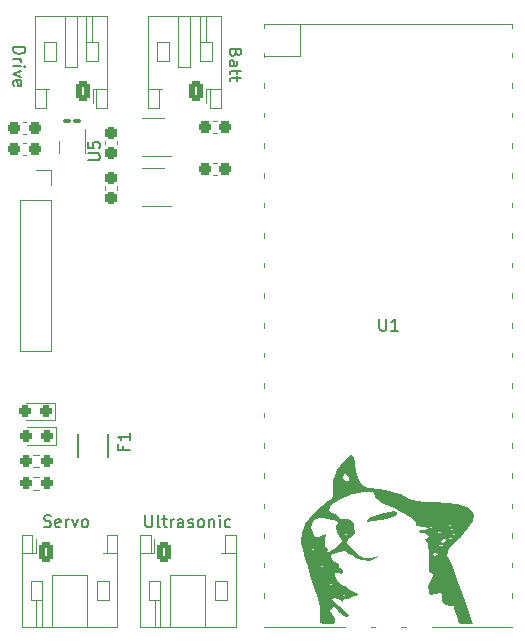
<source format=gto>
%TF.GenerationSoftware,KiCad,Pcbnew,(6.0.1)*%
%TF.CreationDate,2022-08-20T19:26:56-07:00*%
%TF.ProjectId,frame_board,6672616d-655f-4626-9f61-72642e6b6963,rev?*%
%TF.SameCoordinates,Original*%
%TF.FileFunction,Legend,Top*%
%TF.FilePolarity,Positive*%
%FSLAX46Y46*%
G04 Gerber Fmt 4.6, Leading zero omitted, Abs format (unit mm)*
G04 Created by KiCad (PCBNEW (6.0.1)) date 2022-08-20 19:26:56*
%MOMM*%
%LPD*%
G01*
G04 APERTURE LIST*
G04 Aperture macros list*
%AMRoundRect*
0 Rectangle with rounded corners*
0 $1 Rounding radius*
0 $2 $3 $4 $5 $6 $7 $8 $9 X,Y pos of 4 corners*
0 Add a 4 corners polygon primitive as box body*
4,1,4,$2,$3,$4,$5,$6,$7,$8,$9,$2,$3,0*
0 Add four circle primitives for the rounded corners*
1,1,$1+$1,$2,$3*
1,1,$1+$1,$4,$5*
1,1,$1+$1,$6,$7*
1,1,$1+$1,$8,$9*
0 Add four rect primitives between the rounded corners*
20,1,$1+$1,$2,$3,$4,$5,0*
20,1,$1+$1,$4,$5,$6,$7,0*
20,1,$1+$1,$6,$7,$8,$9,0*
20,1,$1+$1,$8,$9,$2,$3,0*%
G04 Aperture macros list end*
%ADD10C,0.150000*%
%ADD11C,0.120000*%
%ADD12C,0.127000*%
%ADD13R,0.250000X0.500000*%
%ADD14R,1.600000X0.900000*%
%ADD15R,3.500000X1.700000*%
%ADD16O,1.800000X1.800000*%
%ADD17O,1.500000X1.500000*%
%ADD18RoundRect,0.250000X-0.350000X-0.625000X0.350000X-0.625000X0.350000X0.625000X-0.350000X0.625000X0*%
%ADD19O,1.200000X1.750000*%
%ADD20RoundRect,0.237500X-0.250000X-0.237500X0.250000X-0.237500X0.250000X0.237500X-0.250000X0.237500X0*%
%ADD21RoundRect,0.237500X0.287500X0.237500X-0.287500X0.237500X-0.287500X-0.237500X0.287500X-0.237500X0*%
%ADD22R,1.560000X0.650000*%
%ADD23RoundRect,0.100000X-0.217500X-0.100000X0.217500X-0.100000X0.217500X0.100000X-0.217500X0.100000X0*%
%ADD24R,2.800000X2.150000*%
%ADD25RoundRect,0.237500X-0.300000X-0.237500X0.300000X-0.237500X0.300000X0.237500X-0.300000X0.237500X0*%
%ADD26RoundRect,0.237500X-0.237500X0.300000X-0.237500X-0.300000X0.237500X-0.300000X0.237500X0.300000X0*%
%ADD27RoundRect,0.237500X0.300000X0.237500X-0.300000X0.237500X-0.300000X-0.237500X0.300000X-0.237500X0*%
%ADD28RoundRect,0.250000X0.350000X0.625000X-0.350000X0.625000X-0.350000X-0.625000X0.350000X-0.625000X0*%
%ADD29R,1.700000X1.700000*%
%ADD30O,1.700000X1.700000*%
G04 APERTURE END LIST*
D10*
X153947619Y-97380952D02*
X154947619Y-97380952D01*
X154947619Y-97619047D01*
X154900000Y-97761904D01*
X154804761Y-97857142D01*
X154709523Y-97904761D01*
X154519047Y-97952380D01*
X154376190Y-97952380D01*
X154185714Y-97904761D01*
X154090476Y-97857142D01*
X153995238Y-97761904D01*
X153947619Y-97619047D01*
X153947619Y-97380952D01*
X153947619Y-98380952D02*
X154614285Y-98380952D01*
X154423809Y-98380952D02*
X154519047Y-98428571D01*
X154566666Y-98476190D01*
X154614285Y-98571428D01*
X154614285Y-98666666D01*
X153947619Y-99000000D02*
X154614285Y-99000000D01*
X154947619Y-99000000D02*
X154900000Y-98952380D01*
X154852380Y-99000000D01*
X154900000Y-99047619D01*
X154947619Y-99000000D01*
X154852380Y-99000000D01*
X154614285Y-99380952D02*
X153947619Y-99619047D01*
X154614285Y-99857142D01*
X153995238Y-100619047D02*
X153947619Y-100523809D01*
X153947619Y-100333333D01*
X153995238Y-100238095D01*
X154090476Y-100190476D01*
X154471428Y-100190476D01*
X154566666Y-100238095D01*
X154614285Y-100333333D01*
X154614285Y-100523809D01*
X154566666Y-100619047D01*
X154471428Y-100666666D01*
X154376190Y-100666666D01*
X154280952Y-100190476D01*
X172771428Y-97847619D02*
X172723809Y-97990476D01*
X172676190Y-98038095D01*
X172580952Y-98085714D01*
X172438095Y-98085714D01*
X172342857Y-98038095D01*
X172295238Y-97990476D01*
X172247619Y-97895238D01*
X172247619Y-97514285D01*
X173247619Y-97514285D01*
X173247619Y-97847619D01*
X173200000Y-97942857D01*
X173152380Y-97990476D01*
X173057142Y-98038095D01*
X172961904Y-98038095D01*
X172866666Y-97990476D01*
X172819047Y-97942857D01*
X172771428Y-97847619D01*
X172771428Y-97514285D01*
X172247619Y-98942857D02*
X172771428Y-98942857D01*
X172866666Y-98895238D01*
X172914285Y-98800000D01*
X172914285Y-98609523D01*
X172866666Y-98514285D01*
X172295238Y-98942857D02*
X172247619Y-98847619D01*
X172247619Y-98609523D01*
X172295238Y-98514285D01*
X172390476Y-98466666D01*
X172485714Y-98466666D01*
X172580952Y-98514285D01*
X172628571Y-98609523D01*
X172628571Y-98847619D01*
X172676190Y-98942857D01*
X172914285Y-99276190D02*
X172914285Y-99657142D01*
X173247619Y-99419047D02*
X172390476Y-99419047D01*
X172295238Y-99466666D01*
X172247619Y-99561904D01*
X172247619Y-99657142D01*
X172914285Y-99847619D02*
X172914285Y-100228571D01*
X173247619Y-99990476D02*
X172390476Y-99990476D01*
X172295238Y-100038095D01*
X172247619Y-100133333D01*
X172247619Y-100228571D01*
X160264838Y-106941904D02*
X161074362Y-106941904D01*
X161169600Y-106894285D01*
X161217219Y-106846666D01*
X161264838Y-106751428D01*
X161264838Y-106560952D01*
X161217219Y-106465714D01*
X161169600Y-106418095D01*
X161074362Y-106370476D01*
X160264838Y-106370476D01*
X160264838Y-105418095D02*
X160264838Y-105894285D01*
X160741029Y-105941904D01*
X160693410Y-105894285D01*
X160645791Y-105799047D01*
X160645791Y-105560952D01*
X160693410Y-105465714D01*
X160741029Y-105418095D01*
X160836267Y-105370476D01*
X161074362Y-105370476D01*
X161169600Y-105418095D01*
X161217219Y-105465714D01*
X161264838Y-105560952D01*
X161264838Y-105799047D01*
X161217219Y-105894285D01*
X161169600Y-105941904D01*
X184938095Y-120377380D02*
X184938095Y-121186904D01*
X184985714Y-121282142D01*
X185033333Y-121329761D01*
X185128571Y-121377380D01*
X185319047Y-121377380D01*
X185414285Y-121329761D01*
X185461904Y-121282142D01*
X185509523Y-121186904D01*
X185509523Y-120377380D01*
X186509523Y-121377380D02*
X185938095Y-121377380D01*
X186223809Y-121377380D02*
X186223809Y-120377380D01*
X186128571Y-120520238D01*
X186033333Y-120615476D01*
X185938095Y-120663095D01*
X165128571Y-137002380D02*
X165128571Y-137811904D01*
X165176190Y-137907142D01*
X165223809Y-137954761D01*
X165319047Y-138002380D01*
X165509523Y-138002380D01*
X165604761Y-137954761D01*
X165652380Y-137907142D01*
X165700000Y-137811904D01*
X165700000Y-137002380D01*
X166319047Y-138002380D02*
X166223809Y-137954761D01*
X166176190Y-137859523D01*
X166176190Y-137002380D01*
X166557142Y-137335714D02*
X166938095Y-137335714D01*
X166700000Y-137002380D02*
X166700000Y-137859523D01*
X166747619Y-137954761D01*
X166842857Y-138002380D01*
X166938095Y-138002380D01*
X167271428Y-138002380D02*
X167271428Y-137335714D01*
X167271428Y-137526190D02*
X167319047Y-137430952D01*
X167366666Y-137383333D01*
X167461904Y-137335714D01*
X167557142Y-137335714D01*
X168319047Y-138002380D02*
X168319047Y-137478571D01*
X168271428Y-137383333D01*
X168176190Y-137335714D01*
X167985714Y-137335714D01*
X167890476Y-137383333D01*
X168319047Y-137954761D02*
X168223809Y-138002380D01*
X167985714Y-138002380D01*
X167890476Y-137954761D01*
X167842857Y-137859523D01*
X167842857Y-137764285D01*
X167890476Y-137669047D01*
X167985714Y-137621428D01*
X168223809Y-137621428D01*
X168319047Y-137573809D01*
X168747619Y-137954761D02*
X168842857Y-138002380D01*
X169033333Y-138002380D01*
X169128571Y-137954761D01*
X169176190Y-137859523D01*
X169176190Y-137811904D01*
X169128571Y-137716666D01*
X169033333Y-137669047D01*
X168890476Y-137669047D01*
X168795238Y-137621428D01*
X168747619Y-137526190D01*
X168747619Y-137478571D01*
X168795238Y-137383333D01*
X168890476Y-137335714D01*
X169033333Y-137335714D01*
X169128571Y-137383333D01*
X169747619Y-138002380D02*
X169652380Y-137954761D01*
X169604761Y-137907142D01*
X169557142Y-137811904D01*
X169557142Y-137526190D01*
X169604761Y-137430952D01*
X169652380Y-137383333D01*
X169747619Y-137335714D01*
X169890476Y-137335714D01*
X169985714Y-137383333D01*
X170033333Y-137430952D01*
X170080952Y-137526190D01*
X170080952Y-137811904D01*
X170033333Y-137907142D01*
X169985714Y-137954761D01*
X169890476Y-138002380D01*
X169747619Y-138002380D01*
X170509523Y-137335714D02*
X170509523Y-138002380D01*
X170509523Y-137430952D02*
X170557142Y-137383333D01*
X170652380Y-137335714D01*
X170795238Y-137335714D01*
X170890476Y-137383333D01*
X170938095Y-137478571D01*
X170938095Y-138002380D01*
X171414285Y-138002380D02*
X171414285Y-137335714D01*
X171414285Y-137002380D02*
X171366666Y-137050000D01*
X171414285Y-137097619D01*
X171461904Y-137050000D01*
X171414285Y-137002380D01*
X171414285Y-137097619D01*
X172319047Y-137954761D02*
X172223809Y-138002380D01*
X172033333Y-138002380D01*
X171938095Y-137954761D01*
X171890476Y-137907142D01*
X171842857Y-137811904D01*
X171842857Y-137526190D01*
X171890476Y-137430952D01*
X171938095Y-137383333D01*
X172033333Y-137335714D01*
X172223809Y-137335714D01*
X172319047Y-137383333D01*
X163263571Y-131108333D02*
X163263571Y-131441666D01*
X163787380Y-131441666D02*
X162787380Y-131441666D01*
X162787380Y-130965476D01*
X163787380Y-130060714D02*
X163787380Y-130632142D01*
X163787380Y-130346428D02*
X162787380Y-130346428D01*
X162930238Y-130441666D01*
X163025476Y-130536904D01*
X163073095Y-130632142D01*
X156542857Y-137954761D02*
X156685714Y-138002380D01*
X156923809Y-138002380D01*
X157019047Y-137954761D01*
X157066666Y-137907142D01*
X157114285Y-137811904D01*
X157114285Y-137716666D01*
X157066666Y-137621428D01*
X157019047Y-137573809D01*
X156923809Y-137526190D01*
X156733333Y-137478571D01*
X156638095Y-137430952D01*
X156590476Y-137383333D01*
X156542857Y-137288095D01*
X156542857Y-137192857D01*
X156590476Y-137097619D01*
X156638095Y-137050000D01*
X156733333Y-137002380D01*
X156971428Y-137002380D01*
X157114285Y-137050000D01*
X157923809Y-137954761D02*
X157828571Y-138002380D01*
X157638095Y-138002380D01*
X157542857Y-137954761D01*
X157495238Y-137859523D01*
X157495238Y-137478571D01*
X157542857Y-137383333D01*
X157638095Y-137335714D01*
X157828571Y-137335714D01*
X157923809Y-137383333D01*
X157971428Y-137478571D01*
X157971428Y-137573809D01*
X157495238Y-137669047D01*
X158400000Y-138002380D02*
X158400000Y-137335714D01*
X158400000Y-137526190D02*
X158447619Y-137430952D01*
X158495238Y-137383333D01*
X158590476Y-137335714D01*
X158685714Y-137335714D01*
X158923809Y-137335714D02*
X159161904Y-138002380D01*
X159400000Y-137335714D01*
X159923809Y-138002380D02*
X159828571Y-137954761D01*
X159780952Y-137907142D01*
X159733333Y-137811904D01*
X159733333Y-137526190D01*
X159780952Y-137430952D01*
X159828571Y-137383333D01*
X159923809Y-137335714D01*
X160066666Y-137335714D01*
X160161904Y-137383333D01*
X160209523Y-137430952D01*
X160257142Y-137526190D01*
X160257142Y-137811904D01*
X160209523Y-137907142D01*
X160161904Y-137954761D01*
X160066666Y-138002380D01*
X159923809Y-138002380D01*
G36*
X190268336Y-143860790D02*
G01*
X190261959Y-143687192D01*
X190051662Y-143602638D01*
X189740283Y-143631121D01*
X189572701Y-143698492D01*
X189309222Y-143786323D01*
X189158112Y-143630830D01*
X189110681Y-143514578D01*
X189048911Y-143003589D01*
X189278313Y-142509245D01*
X189306048Y-142472763D01*
X189471576Y-142171182D01*
X189492672Y-141937734D01*
X189365594Y-141867371D01*
X189329478Y-141878270D01*
X189221887Y-141852880D01*
X189157871Y-141643683D01*
X189129124Y-141203269D01*
X189125610Y-140714510D01*
X189110785Y-140254321D01*
X189484568Y-140254321D01*
X189520113Y-140388549D01*
X189632105Y-140411111D01*
X189846628Y-140329251D01*
X189876544Y-140254321D01*
X189764011Y-140102019D01*
X189729007Y-140097531D01*
X189516660Y-140211501D01*
X189484568Y-140254321D01*
X189110785Y-140254321D01*
X189102173Y-139987016D01*
X189046513Y-139589675D01*
X189944546Y-139589675D01*
X190098663Y-139614783D01*
X190302022Y-139585956D01*
X190304450Y-139532433D01*
X190094604Y-139495005D01*
X190003936Y-139520055D01*
X189944546Y-139589675D01*
X189046513Y-139589675D01*
X189029530Y-139468435D01*
X188935829Y-139235217D01*
X188893582Y-139156790D01*
X190190124Y-139156790D01*
X190302656Y-139309093D01*
X190337661Y-139313580D01*
X190550007Y-139199610D01*
X190582099Y-139156790D01*
X190546555Y-139022562D01*
X190434562Y-139000000D01*
X190220040Y-139081860D01*
X190190124Y-139156790D01*
X188893582Y-139156790D01*
X188830868Y-139040369D01*
X188916605Y-139000000D01*
X189045334Y-138895473D01*
X190869548Y-138895473D01*
X190891070Y-138988685D01*
X190974075Y-139000000D01*
X191103131Y-138942633D01*
X191078601Y-138895473D01*
X190892528Y-138876709D01*
X190869548Y-138895473D01*
X189045334Y-138895473D01*
X189072615Y-138873321D01*
X189092593Y-138764815D01*
X188960786Y-138581893D01*
X191183128Y-138581893D01*
X191204651Y-138675105D01*
X191287655Y-138686420D01*
X191416711Y-138629053D01*
X191392181Y-138581893D01*
X191206108Y-138563128D01*
X191183128Y-138581893D01*
X188960786Y-138581893D01*
X188956295Y-138575661D01*
X188700618Y-138529630D01*
X188405960Y-138475959D01*
X188357965Y-138425103D01*
X189928807Y-138425103D01*
X189950330Y-138518315D01*
X190033334Y-138529630D01*
X190162390Y-138472263D01*
X190137861Y-138425103D01*
X189951787Y-138406338D01*
X189928807Y-138425103D01*
X188357965Y-138425103D01*
X188308642Y-138372840D01*
X188443578Y-138257740D01*
X188726749Y-138216050D01*
X189003218Y-138176114D01*
X189005344Y-138137655D01*
X190974075Y-138137655D01*
X191052470Y-138216050D01*
X191130865Y-138137655D01*
X191052470Y-138059259D01*
X190974075Y-138137655D01*
X189005344Y-138137655D01*
X189008114Y-138087526D01*
X188768556Y-137997116D01*
X188665934Y-137980864D01*
X189249383Y-137980864D01*
X189327778Y-138059259D01*
X189406173Y-137980864D01*
X189327778Y-137902469D01*
X189249383Y-137980864D01*
X188665934Y-137980864D01*
X188582949Y-137967722D01*
X188252834Y-137931097D01*
X188112655Y-137915535D01*
X188043318Y-137824074D01*
X190817284Y-137824074D01*
X190895679Y-137902469D01*
X190974075Y-137824074D01*
X190895679Y-137745679D01*
X190817284Y-137824074D01*
X188043318Y-137824074D01*
X188006490Y-137775494D01*
X187995062Y-137677961D01*
X187879430Y-137431874D01*
X187520252Y-137135095D01*
X186899107Y-136775518D01*
X185997572Y-136341039D01*
X185878395Y-136287211D01*
X185189419Y-135946856D01*
X184742001Y-135657178D01*
X184566739Y-135441207D01*
X184438522Y-135147720D01*
X184350776Y-135058648D01*
X184086573Y-135010751D01*
X183640467Y-135025835D01*
X183134979Y-135091662D01*
X182692631Y-135195995D01*
X182585803Y-135234940D01*
X181671495Y-135640525D01*
X181059256Y-135969500D01*
X180749858Y-136221431D01*
X180717823Y-136277527D01*
X180699085Y-136615292D01*
X180914901Y-136793802D01*
X181018264Y-136804938D01*
X181266066Y-136922352D01*
X181466851Y-137135516D01*
X181699684Y-137345724D01*
X181876628Y-137355941D01*
X182196562Y-137293172D01*
X182531194Y-137397274D01*
X182740859Y-137613612D01*
X182758834Y-137701036D01*
X182813099Y-138085554D01*
X182873079Y-138307449D01*
X182885842Y-138586064D01*
X182651377Y-138783400D01*
X182588055Y-138813655D01*
X182277349Y-139036513D01*
X182222673Y-139320552D01*
X182432376Y-139684854D01*
X182914806Y-140148501D01*
X183307968Y-140459226D01*
X183654916Y-140642826D01*
X184052465Y-140656288D01*
X184607667Y-140502675D01*
X184624075Y-140496869D01*
X184840262Y-140427580D01*
X184807999Y-140488190D01*
X184633305Y-140633497D01*
X184126227Y-140853318D01*
X183498906Y-140818170D01*
X182951405Y-140607099D01*
X182590850Y-140405743D01*
X182368607Y-140259620D01*
X182350736Y-140242885D01*
X182004172Y-140064095D01*
X181510479Y-140071721D01*
X180969355Y-140258768D01*
X180809211Y-140351035D01*
X180807545Y-140501620D01*
X180957955Y-140741231D01*
X181172401Y-140957208D01*
X181346252Y-141038272D01*
X181503881Y-141116197D01*
X181487588Y-141196169D01*
X181521399Y-141375425D01*
X181635124Y-141448129D01*
X181849806Y-141652648D01*
X181880247Y-141777599D01*
X181791349Y-141938428D01*
X181497975Y-141917063D01*
X181217511Y-141888673D01*
X181137505Y-142047515D01*
X181141208Y-142159721D01*
X181312455Y-142485693D01*
X181775461Y-142881315D01*
X181986320Y-143022619D01*
X182443206Y-143298989D01*
X182804771Y-143488956D01*
X182970247Y-143546914D01*
X183128546Y-143661714D01*
X183134568Y-143703704D01*
X183003663Y-143832356D01*
X182830241Y-143860494D01*
X182532350Y-143929183D01*
X182433245Y-144010436D01*
X182229278Y-144095853D01*
X182110411Y-144072057D01*
X181911933Y-144094859D01*
X181880247Y-144188657D01*
X181834820Y-144311674D01*
X181692099Y-144205432D01*
X181438440Y-144062648D01*
X181147764Y-144020533D01*
X180957198Y-144090109D01*
X180939507Y-144144934D01*
X181055256Y-144301502D01*
X181353901Y-144571632D01*
X181645062Y-144801235D01*
X182127038Y-145196892D01*
X182337250Y-145456732D01*
X182272999Y-145576860D01*
X182188311Y-145585185D01*
X181922356Y-145503939D01*
X181621606Y-145314573D01*
X181393179Y-145098644D01*
X181342081Y-144940875D01*
X181285025Y-144830663D01*
X181105550Y-144801235D01*
X180851821Y-144909262D01*
X180781602Y-145139530D01*
X180920786Y-145338430D01*
X181052881Y-145543574D01*
X181134228Y-145818054D01*
X181154909Y-146074739D01*
X181030947Y-146186227D01*
X180683576Y-146212150D01*
X180613437Y-146212346D01*
X180203782Y-146175278D01*
X179945851Y-146083609D01*
X179922019Y-146058223D01*
X179885082Y-145812258D01*
X179919762Y-145412288D01*
X179930456Y-145351385D01*
X179940640Y-144789879D01*
X179757718Y-144116874D01*
X179703277Y-143976805D01*
X179632011Y-143782099D01*
X181880247Y-143782099D01*
X181958642Y-143860494D01*
X182037037Y-143782099D01*
X181958642Y-143703704D01*
X181880247Y-143782099D01*
X179632011Y-143782099D01*
X179483875Y-143377373D01*
X179309946Y-142841358D01*
X180782716Y-142841358D01*
X180861112Y-142919753D01*
X180939507Y-142841358D01*
X180861112Y-142762963D01*
X180782716Y-142841358D01*
X179309946Y-142841358D01*
X179247163Y-142647872D01*
X179235033Y-142606173D01*
X180312346Y-142606173D01*
X180369713Y-142735229D01*
X180416873Y-142710700D01*
X180435638Y-142524627D01*
X180416873Y-142501646D01*
X180323661Y-142523169D01*
X180312346Y-142606173D01*
X179235033Y-142606173D01*
X179075404Y-142057408D01*
X178881619Y-141382423D01*
X178847398Y-141273457D01*
X179998766Y-141273457D01*
X180077161Y-141351852D01*
X180155556Y-141273457D01*
X180077161Y-141195062D01*
X179998766Y-141273457D01*
X178847398Y-141273457D01*
X178672024Y-140715040D01*
X178511826Y-140254321D01*
X178432377Y-139862346D01*
X179214815Y-139862346D01*
X179293210Y-139940741D01*
X179371605Y-139862346D01*
X179293210Y-139783951D01*
X179214815Y-139862346D01*
X178432377Y-139862346D01*
X178326675Y-139340851D01*
X178421386Y-138398866D01*
X178535754Y-138095328D01*
X179184566Y-138095328D01*
X179217202Y-138224373D01*
X179371928Y-138686020D01*
X179530706Y-138887551D01*
X179758177Y-138876518D01*
X179971195Y-138779072D01*
X180396199Y-138559294D01*
X180337804Y-139171623D01*
X180338851Y-139611129D01*
X180446126Y-139782568D01*
X180461921Y-139783951D01*
X180570854Y-139879035D01*
X180547531Y-139940741D01*
X180513327Y-140095673D01*
X180661841Y-140095067D01*
X180921250Y-139966527D01*
X181219730Y-139737658D01*
X181312866Y-139646591D01*
X181744894Y-139195651D01*
X181429946Y-138608025D01*
X182037037Y-138608025D01*
X182115433Y-138686420D01*
X182193828Y-138608025D01*
X182115433Y-138529630D01*
X182037037Y-138608025D01*
X181429946Y-138608025D01*
X181422521Y-138594172D01*
X181223772Y-138118086D01*
X181245669Y-137848149D01*
X181255012Y-137837828D01*
X181389549Y-137644723D01*
X181311825Y-137501103D01*
X180984753Y-137375603D01*
X180600807Y-137284569D01*
X180109978Y-137194247D01*
X179807396Y-137200903D01*
X179578495Y-137320050D01*
X179439677Y-137441797D01*
X179196419Y-137752769D01*
X179184566Y-138095328D01*
X178535754Y-138095328D01*
X178671374Y-137735384D01*
X178982378Y-137292438D01*
X179470094Y-136768517D01*
X180046162Y-136250194D01*
X180621944Y-135824223D01*
X180879809Y-135625074D01*
X180991355Y-135393251D01*
X180996433Y-135013395D01*
X180977622Y-134794599D01*
X181039176Y-133990340D01*
X181095542Y-133835179D01*
X181880247Y-133835179D01*
X181996016Y-134091079D01*
X182190466Y-134139506D01*
X182398172Y-134103180D01*
X182400091Y-133934598D01*
X182324329Y-133752447D01*
X182125671Y-133480537D01*
X181956884Y-133503090D01*
X181880524Y-133808451D01*
X181880247Y-133835179D01*
X181095542Y-133835179D01*
X181334869Y-133176379D01*
X181812063Y-132469868D01*
X182169520Y-132141906D01*
X182468058Y-131940329D01*
X182651403Y-131908293D01*
X182764227Y-132086778D01*
X182851203Y-132516761D01*
X182894327Y-132806790D01*
X183051071Y-133625140D01*
X183258589Y-134175451D01*
X183542138Y-134502224D01*
X183926974Y-134649961D01*
X183941771Y-134652310D01*
X184992643Y-134817984D01*
X185780509Y-134956378D01*
X186353407Y-135080025D01*
X186759374Y-135201458D01*
X187046445Y-135333211D01*
X187262659Y-135487817D01*
X187311185Y-135531430D01*
X187492673Y-135656747D01*
X187762188Y-135747366D01*
X188176236Y-135812156D01*
X188791320Y-135859984D01*
X189655514Y-135899402D01*
X190706805Y-135958030D01*
X191496476Y-136051454D01*
X192075719Y-136192587D01*
X192495732Y-136394339D01*
X192807707Y-136669624D01*
X192834529Y-136701208D01*
X192961868Y-137053710D01*
X192837372Y-137515940D01*
X192453990Y-138101956D01*
X191804673Y-138825817D01*
X191732529Y-138898627D01*
X191196553Y-139452237D01*
X190864452Y-139852041D01*
X190707021Y-140154008D01*
X190695052Y-140414106D01*
X190798991Y-140687621D01*
X190961110Y-141020849D01*
X191124119Y-141393821D01*
X191309366Y-141861879D01*
X191538198Y-142480369D01*
X191831965Y-143304634D01*
X192068237Y-143978087D01*
X192849202Y-146212346D01*
X192225218Y-146212346D01*
X191822041Y-146190263D01*
X191643397Y-146088052D01*
X191601337Y-145851768D01*
X191601235Y-145829624D01*
X191543424Y-145497637D01*
X191444445Y-145350000D01*
X191315131Y-145130002D01*
X191287655Y-144931997D01*
X191215761Y-144698133D01*
X191052470Y-144701144D01*
X190850460Y-144706730D01*
X190817284Y-144644445D01*
X190703285Y-144559739D01*
X190596264Y-144582310D01*
X190396768Y-144526664D01*
X190252442Y-144286410D01*
X190232753Y-144095679D01*
X191130865Y-144095679D01*
X191209260Y-144174074D01*
X191287655Y-144095679D01*
X191209260Y-144017284D01*
X191130865Y-144095679D01*
X190232753Y-144095679D01*
X190221896Y-143990503D01*
X190268336Y-143860790D01*
G37*
G36*
X186384815Y-136751171D02*
G01*
X186427161Y-136867695D01*
X186274080Y-137038036D01*
X185829573Y-137207367D01*
X185115744Y-137369106D01*
X184321353Y-137494667D01*
X183942973Y-137534930D01*
X183823779Y-137499900D01*
X183914284Y-137369548D01*
X183942215Y-137341207D01*
X184223137Y-137174111D01*
X184700923Y-136986581D01*
X185263789Y-136813568D01*
X185799950Y-136690027D01*
X186152778Y-136650009D01*
X186384815Y-136751171D01*
G37*
D11*
X157792458Y-106300000D02*
X157792458Y-105300000D01*
X160032458Y-104300000D02*
X160032458Y-106300000D01*
X175200000Y-113125000D02*
X175200000Y-113525000D01*
X175200000Y-141025000D02*
X175200000Y-141425000D01*
X175200000Y-133425000D02*
X175200000Y-133825000D01*
X175200000Y-118225000D02*
X175200000Y-118625000D01*
X196200000Y-108025000D02*
X196200000Y-108425000D01*
X196200000Y-141025000D02*
X196200000Y-141425000D01*
X175200000Y-138525000D02*
X175200000Y-138925000D01*
X196200000Y-143625000D02*
X196200000Y-144025000D01*
X175200000Y-110525000D02*
X175200000Y-110925000D01*
X196200000Y-102925000D02*
X196200000Y-103325000D01*
X196200000Y-130925000D02*
X196200000Y-131325000D01*
X196200000Y-110525000D02*
X196200000Y-110925000D01*
X175200000Y-130925000D02*
X175200000Y-131325000D01*
X196200000Y-95425000D02*
X196200000Y-95725000D01*
X196200000Y-113125000D02*
X196200000Y-113525000D01*
X175200000Y-136025000D02*
X175200000Y-136425000D01*
X196200000Y-115625000D02*
X196200000Y-116025000D01*
X196200000Y-123225000D02*
X196200000Y-123625000D01*
X196200000Y-100425000D02*
X196200000Y-100825000D01*
X196200000Y-97825000D02*
X196200000Y-98225000D01*
X196200000Y-133425000D02*
X196200000Y-133825000D01*
X178207000Y-98092000D02*
X178207000Y-95425000D01*
X175200000Y-98092000D02*
X178207000Y-98092000D01*
X175200000Y-97825000D02*
X175200000Y-98225000D01*
X175200000Y-143625000D02*
X175200000Y-144025000D01*
X175200000Y-102925000D02*
X175200000Y-103325000D01*
X196200000Y-120725000D02*
X196200000Y-121125000D01*
X184200000Y-146425000D02*
X184600000Y-146425000D01*
X175200000Y-95425000D02*
X175200000Y-95725000D01*
X196200000Y-105525000D02*
X196200000Y-105925000D01*
X196200000Y-125825000D02*
X196200000Y-126225000D01*
X196200000Y-128325000D02*
X196200000Y-128725000D01*
X175200000Y-115625000D02*
X175200000Y-116025000D01*
X196200000Y-138525000D02*
X196200000Y-138925000D01*
X182000000Y-146425000D02*
X175200000Y-146425000D01*
X175200000Y-120725000D02*
X175200000Y-121125000D01*
X175200000Y-100425000D02*
X175200000Y-100825000D01*
X175200000Y-105525000D02*
X175200000Y-105925000D01*
X175200000Y-128325000D02*
X175200000Y-128725000D01*
X175200000Y-95425000D02*
X196200000Y-95425000D01*
X196200000Y-146425000D02*
X189400000Y-146425000D01*
X175200000Y-125825000D02*
X175200000Y-126225000D01*
X175200000Y-108025000D02*
X175200000Y-108425000D01*
X175200000Y-123225000D02*
X175200000Y-123625000D01*
X196200000Y-136025000D02*
X196200000Y-136425000D01*
X196200000Y-118225000D02*
X196200000Y-118625000D01*
X186800000Y-146425000D02*
X187200000Y-146425000D01*
X164640000Y-140240000D02*
X165560000Y-140240000D01*
X165560000Y-140240000D02*
X165560000Y-138640000D01*
X172760000Y-146460000D02*
X172760000Y-138640000D01*
X165840000Y-140240000D02*
X165560000Y-140240000D01*
X165400000Y-144200000D02*
X166400000Y-144200000D01*
X171000000Y-142600000D02*
X172000000Y-142600000D01*
X166400000Y-144200000D02*
X166400000Y-142600000D01*
X171840000Y-140240000D02*
X171560000Y-140240000D01*
X167200000Y-142100000D02*
X170200000Y-142100000D01*
X172760000Y-140240000D02*
X171840000Y-140240000D01*
X167200000Y-146460000D02*
X167200000Y-142100000D01*
X171000000Y-144200000D02*
X171000000Y-142600000D01*
X172760000Y-138640000D02*
X171840000Y-138640000D01*
X165840000Y-140240000D02*
X165840000Y-139025000D01*
X165900000Y-144200000D02*
X165900000Y-146460000D01*
X172000000Y-144200000D02*
X171000000Y-144200000D01*
X170200000Y-142100000D02*
X170200000Y-146460000D01*
X165560000Y-138640000D02*
X164640000Y-138640000D01*
X166400000Y-142600000D02*
X165400000Y-142600000D01*
X171840000Y-138640000D02*
X171840000Y-140240000D01*
X164640000Y-138640000D02*
X164640000Y-146460000D01*
X166400000Y-144200000D02*
X166400000Y-146460000D01*
X172000000Y-142600000D02*
X172000000Y-144200000D01*
X165400000Y-142600000D02*
X165400000Y-144200000D01*
X164640000Y-146460000D02*
X172760000Y-146460000D01*
X155632776Y-133777500D02*
X156142224Y-133777500D01*
X155632776Y-134822500D02*
X156142224Y-134822500D01*
X155645276Y-131877500D02*
X156154724Y-131877500D01*
X155645276Y-132922500D02*
X156154724Y-132922500D01*
X157485000Y-127465000D02*
X155025000Y-127465000D01*
X157485000Y-128935000D02*
X157485000Y-127465000D01*
X155025000Y-128935000D02*
X157485000Y-128935000D01*
X157585000Y-129565000D02*
X155125000Y-129565000D01*
X157585000Y-131035000D02*
X157585000Y-129565000D01*
X155125000Y-131035000D02*
X157585000Y-131035000D01*
X164875000Y-106560000D02*
X167325000Y-106560000D01*
X166675000Y-103340000D02*
X164875000Y-103340000D01*
X166675000Y-107640000D02*
X164875000Y-107640000D01*
X164875000Y-110860000D02*
X167325000Y-110860000D01*
D12*
X161970000Y-130100000D02*
X161970000Y-132100000D01*
X159430000Y-132100000D02*
X159430000Y-130100000D01*
D11*
X154753733Y-106510000D02*
X155046267Y-106510000D01*
X154753733Y-105490000D02*
X155046267Y-105490000D01*
X162710000Y-105316233D02*
X162710000Y-105608767D01*
X161690000Y-105316233D02*
X161690000Y-105608767D01*
X171146267Y-108210000D02*
X170853733Y-108210000D01*
X171146267Y-107190000D02*
X170853733Y-107190000D01*
X154753733Y-103690000D02*
X155046267Y-103690000D01*
X154753733Y-104710000D02*
X155046267Y-104710000D01*
X162710000Y-109153733D02*
X162710000Y-109446267D01*
X161690000Y-109153733D02*
X161690000Y-109446267D01*
X171146267Y-104610000D02*
X170853733Y-104610000D01*
X171146267Y-103590000D02*
X170853733Y-103590000D01*
X169725000Y-96950000D02*
X169725000Y-98550000D01*
X170285000Y-100910000D02*
X170565000Y-100910000D01*
X170285000Y-100910000D02*
X170285000Y-102125000D01*
X167125000Y-98550000D02*
X166125000Y-98550000D01*
X171485000Y-94690000D02*
X165365000Y-94690000D01*
X166125000Y-96950000D02*
X167125000Y-96950000D01*
X167125000Y-96950000D02*
X167125000Y-98550000D01*
X165365000Y-100910000D02*
X166285000Y-100910000D01*
X167925000Y-99050000D02*
X167925000Y-94690000D01*
X165365000Y-102510000D02*
X166285000Y-102510000D01*
X165365000Y-94690000D02*
X165365000Y-102510000D01*
X166285000Y-102510000D02*
X166285000Y-100910000D01*
X171485000Y-102510000D02*
X171485000Y-94690000D01*
X171485000Y-100910000D02*
X170565000Y-100910000D01*
X170225000Y-96950000D02*
X170225000Y-94690000D01*
X170725000Y-96950000D02*
X169725000Y-96950000D01*
X166125000Y-98550000D02*
X166125000Y-96950000D01*
X170725000Y-98550000D02*
X170725000Y-96950000D01*
X168925000Y-94690000D02*
X168925000Y-99050000D01*
X170565000Y-100910000D02*
X170565000Y-102510000D01*
X166285000Y-100910000D02*
X166565000Y-100910000D01*
X170565000Y-102510000D02*
X171485000Y-102510000D01*
X169725000Y-96950000D02*
X169725000Y-94690000D01*
X169725000Y-98550000D02*
X170725000Y-98550000D01*
X168925000Y-99050000D02*
X167925000Y-99050000D01*
X162760000Y-146460000D02*
X162760000Y-138640000D01*
X157200000Y-146460000D02*
X157200000Y-142100000D01*
X155840000Y-140240000D02*
X155560000Y-140240000D01*
X162000000Y-144200000D02*
X161000000Y-144200000D01*
X157200000Y-142100000D02*
X160200000Y-142100000D01*
X162760000Y-138640000D02*
X161840000Y-138640000D01*
X161000000Y-144200000D02*
X161000000Y-142600000D01*
X155560000Y-140240000D02*
X155560000Y-138640000D01*
X162760000Y-140240000D02*
X161840000Y-140240000D01*
X156400000Y-142600000D02*
X155400000Y-142600000D01*
X154640000Y-138640000D02*
X154640000Y-146460000D01*
X155560000Y-138640000D02*
X154640000Y-138640000D01*
X155400000Y-144200000D02*
X156400000Y-144200000D01*
X154640000Y-146460000D02*
X162760000Y-146460000D01*
X162000000Y-142600000D02*
X162000000Y-144200000D01*
X161840000Y-140240000D02*
X161560000Y-140240000D01*
X155400000Y-142600000D02*
X155400000Y-144200000D01*
X161000000Y-142600000D02*
X162000000Y-142600000D01*
X161840000Y-138640000D02*
X161840000Y-140240000D01*
X155900000Y-144200000D02*
X155900000Y-146460000D01*
X156400000Y-144200000D02*
X156400000Y-142600000D01*
X160200000Y-142100000D02*
X160200000Y-146460000D01*
X154640000Y-140240000D02*
X155560000Y-140240000D01*
X155840000Y-140240000D02*
X155840000Y-139025000D01*
X156400000Y-144200000D02*
X156400000Y-146460000D01*
X155825000Y-107745000D02*
X157155000Y-107745000D01*
X154495000Y-123105000D02*
X157155000Y-123105000D01*
X157155000Y-110345000D02*
X157155000Y-123105000D01*
X154495000Y-110345000D02*
X157155000Y-110345000D01*
X157155000Y-107745000D02*
X157155000Y-109075000D01*
X154495000Y-110345000D02*
X154495000Y-123105000D01*
X161112458Y-98550000D02*
X161112458Y-96950000D01*
X156672458Y-100910000D02*
X156952458Y-100910000D01*
X159312458Y-99050000D02*
X158312458Y-99050000D01*
X160112458Y-96950000D02*
X160112458Y-94690000D01*
X157512458Y-96950000D02*
X157512458Y-98550000D01*
X161872458Y-94690000D02*
X155752458Y-94690000D01*
X160672458Y-100910000D02*
X160672458Y-102125000D01*
X155752458Y-100910000D02*
X156672458Y-100910000D01*
X161112458Y-96950000D02*
X160112458Y-96950000D01*
X159312458Y-94690000D02*
X159312458Y-99050000D01*
X160612458Y-96950000D02*
X160612458Y-94690000D01*
X160952458Y-102510000D02*
X161872458Y-102510000D01*
X161872458Y-102510000D02*
X161872458Y-94690000D01*
X156672458Y-102510000D02*
X156672458Y-100910000D01*
X160112458Y-96950000D02*
X160112458Y-98550000D01*
X156512458Y-96950000D02*
X157512458Y-96950000D01*
X155752458Y-102510000D02*
X156672458Y-102510000D01*
X155752458Y-94690000D02*
X155752458Y-102510000D01*
X158312458Y-99050000D02*
X158312458Y-94690000D01*
X156512458Y-98550000D02*
X156512458Y-96950000D01*
X160952458Y-100910000D02*
X160952458Y-102510000D01*
X161872458Y-100910000D02*
X160952458Y-100910000D01*
X160672458Y-100910000D02*
X160952458Y-100910000D01*
X157512458Y-98550000D02*
X156512458Y-98550000D01*
X160112458Y-98550000D02*
X161112458Y-98550000D01*
%LPC*%
D13*
X159662458Y-104850000D03*
X159162458Y-104850000D03*
X158662458Y-104850000D03*
X158162458Y-104850000D03*
X158162458Y-106750000D03*
X158662458Y-106750000D03*
X159162458Y-106750000D03*
X159662458Y-106750000D03*
D14*
X158912458Y-105800000D03*
D15*
X195490000Y-96795000D03*
X195490000Y-99335000D03*
X195490000Y-101875000D03*
X195490000Y-104415000D03*
X195490000Y-106955000D03*
X195490000Y-109495000D03*
X195490000Y-112035000D03*
X195490000Y-114575000D03*
X195490000Y-117115000D03*
X195490000Y-119655000D03*
X195490000Y-122195000D03*
X195490000Y-124735000D03*
X195490000Y-127275000D03*
X195490000Y-129815000D03*
X195490000Y-132355000D03*
X195490000Y-134895000D03*
X195490000Y-137435000D03*
X195490000Y-139975000D03*
X195490000Y-142515000D03*
X195490000Y-145055000D03*
X175910000Y-145055000D03*
X175910000Y-142515000D03*
X175910000Y-139975000D03*
X175910000Y-137435000D03*
X175910000Y-134895000D03*
X175910000Y-132355000D03*
X175910000Y-129815000D03*
X175910000Y-127275000D03*
X175910000Y-124735000D03*
X175910000Y-122195000D03*
X175910000Y-119655000D03*
X175910000Y-117115000D03*
X175910000Y-114575000D03*
X175910000Y-112035000D03*
X175910000Y-109495000D03*
X175910000Y-106955000D03*
X175910000Y-104415000D03*
X175910000Y-101875000D03*
X175910000Y-99335000D03*
X175910000Y-96795000D03*
D16*
X182975000Y-96925000D03*
D17*
X188125000Y-99955000D03*
X183275000Y-99955000D03*
D16*
X188425000Y-96925000D03*
D18*
X166700000Y-140100000D03*
D19*
X168700000Y-140100000D03*
X170700000Y-140100000D03*
D20*
X154975000Y-134300000D03*
X156800000Y-134300000D03*
X154987500Y-132400000D03*
X156812500Y-132400000D03*
D21*
X156700000Y-128200000D03*
X154950000Y-128200000D03*
X156800000Y-130300000D03*
X155050000Y-130300000D03*
D22*
X167125000Y-105900000D03*
X167125000Y-104950000D03*
X167125000Y-104000000D03*
X164425000Y-104000000D03*
X164425000Y-105900000D03*
X164425000Y-110200000D03*
X164425000Y-108300000D03*
X167125000Y-108300000D03*
X167125000Y-109250000D03*
X167125000Y-110200000D03*
D23*
X158497458Y-103600000D03*
X159312458Y-103600000D03*
D24*
X160700000Y-128645000D03*
X160700000Y-133555000D03*
D25*
X155762500Y-106000000D03*
X154037500Y-106000000D03*
D26*
X162200000Y-104600000D03*
X162200000Y-106325000D03*
D27*
X171862500Y-107700000D03*
X170137500Y-107700000D03*
D25*
X154037500Y-104200000D03*
X155762500Y-104200000D03*
D26*
X162200000Y-108437500D03*
X162200000Y-110162500D03*
D27*
X171862500Y-104100000D03*
X170137500Y-104100000D03*
D28*
X169425000Y-101050000D03*
D19*
X167425000Y-101050000D03*
D18*
X156700000Y-140100000D03*
D19*
X158700000Y-140100000D03*
X160700000Y-140100000D03*
D29*
X155825000Y-109075000D03*
D30*
X155825000Y-111615000D03*
X155825000Y-114155000D03*
X155825000Y-116695000D03*
X155825000Y-119235000D03*
X155825000Y-121775000D03*
D28*
X159812458Y-101050000D03*
D19*
X157812458Y-101050000D03*
M02*

</source>
